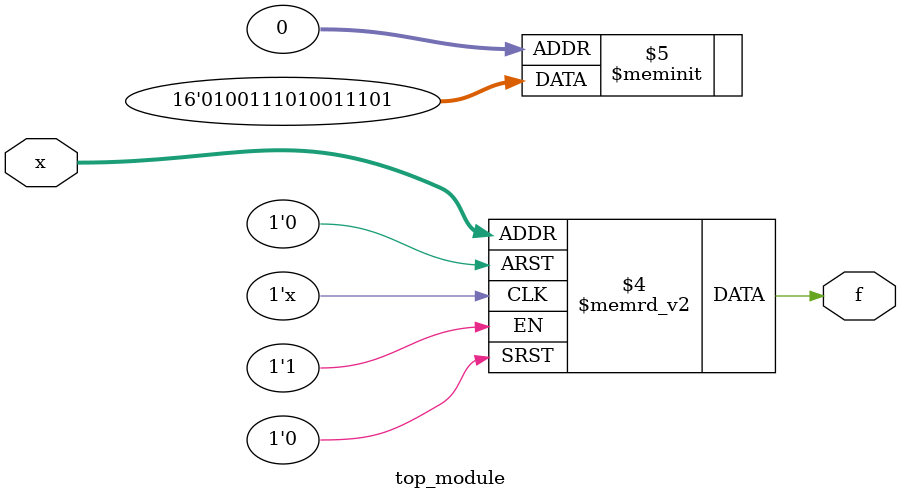
<source format=sv>
module top_module (
	input [4:1] x,
	output logic f
);

	// Implement the function f
	always_comb begin
		case (x)
			4'b0000: f = 1'b1;
			4'b0001: f = 1'b0;
			4'b0011: f = 1'b1;
			4'b0010: f = 1'b1;
			4'b0110: f = 1'b0;
			4'b0111: f = 1'b1;
			4'b0101: f = 1'b0;
			4'b0100: f = 1'b1;
			4'b1100: f = 1'b0;
			4'b1101: f = 1'b0;
			4'b1111: f = 1'b0;
			4'b1110: f = 1'b1;
			4'b1010: f = 1'b1;
			4'b1011: f = 1'b1;
			4'b1001: f = 1'b1;
			4'b1000: f = 1'b0;
			default: f = 1'b0;
		endcase
	end

endmodule

</source>
